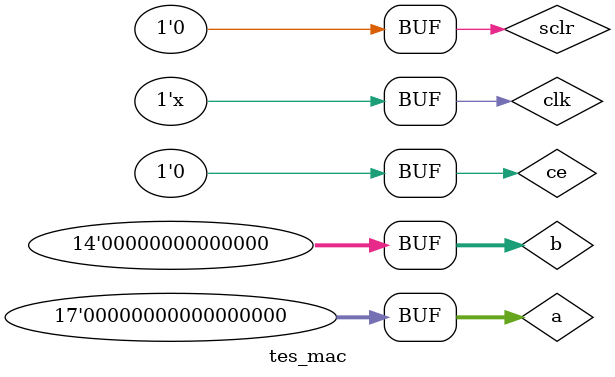
<source format=v>
`timescale 1ns / 1ps


module tes_mac;

	// Inputs
	reg clk;
	reg ce;
	reg sclr;
	reg signed [16:0] a;
	reg signed [13:0] b;

	// Outputs
	wire signed [22:0] s;

	// Instantiate the Unit Under Test (UUT)
	MultAccum uut (
		.clk(clk), 
		.ce(ce), 
		.sclr(sclr), 
		.a(a), 
		.b(b), 
		.s(s)
	);

	parameter STEP = 20;
	parameter STEP_half=10;
	always begin
		#STEP_half;
		clk<=~clk;
	end

	initial begin
		// Initialize Inputs
		clk = 0;
		ce = 0;
		sclr = 0;
		a = 0;
		b = 0;

		// Wait 100 ns for global reset to finish
		#100;
		#10
		ce = 1;
		a = 900;
		b = 10000;
		#20;
		a = -768;
		b = 80000;
		#20;
		a = 0;
		b = 0;
		#20;
		ce = 0;
      #100;
		ce = 1;
		sclr = 1;
		#20;
		ce = 0;
		sclr = 0;
		// Add stimulus here

	end
      
endmodule


</source>
